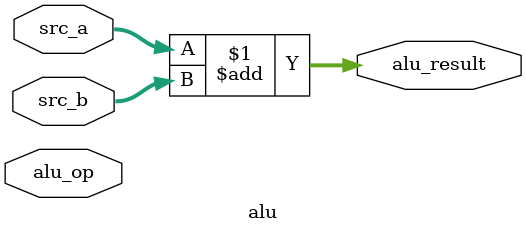
<source format=v>
module alu
    #(
        parameter BUS_WIDTH = 32
    )
    (
        input [BUS_WIDTH - 1:0] src_a,
        input [BUS_WIDTH - 1:0] src_b,
        input [2:0] alu_op,
        output [BUS_WIDTH - 1:0] alu_result
    );

    assign alu_result = src_a + src_b;
//    always @(*)
//    begin
//        case(alu_op)
//            3'b000: alu_result = src_a + src_b;
//            3'b001: alu_result = src_a - src_b;
//            3'b010: alu_result = src_a & src_b;
//            3'b011: alu_result = src_a | src_b;
//            3'b100: alu_result = src_a ^ src_b;
//            3'b101: alu_result = src_a << src_b;
//            3'b110: alu_result = src_a >> src_b;
//            3'b111: alu_result = src_a >>> src_b;
//            default: alu_result = 0;
//        endcase
//    end
endmodule
</source>
